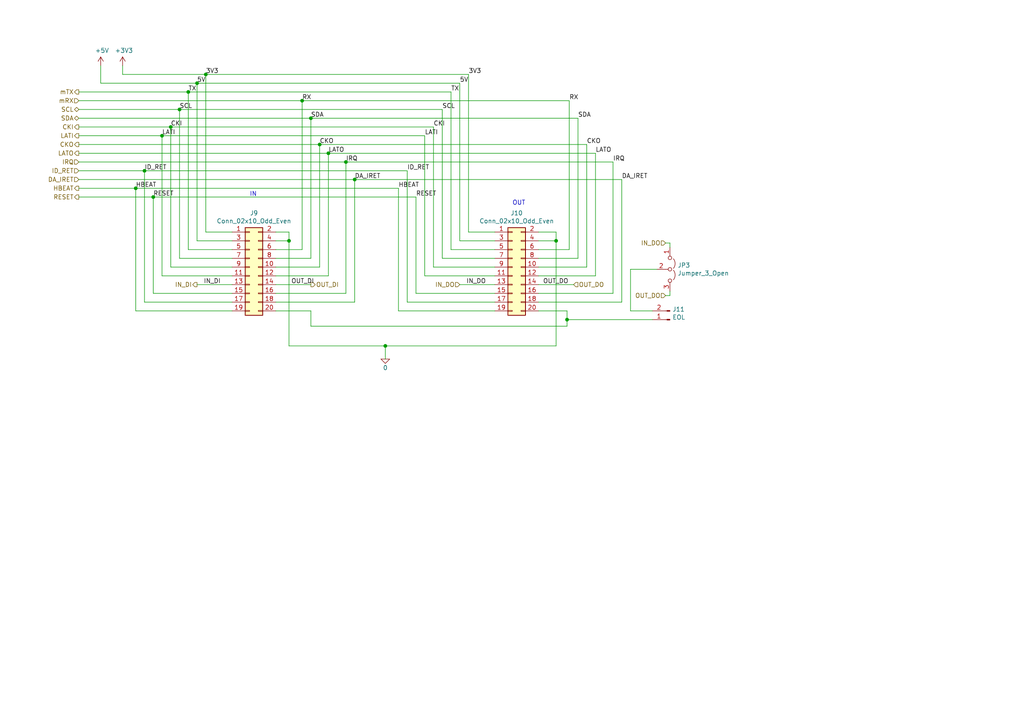
<source format=kicad_sch>
(kicad_sch (version 20211123) (generator eeschema)
  (paper "A4")
  (lib_symbols
    (symbol "Connector:Conn_01x02_Male" (pin_names (offset 1.016) hide)
      (property "Reference" "J" (at 0 2.54 0))
      (property "Value" "Conn_01x02_Male" (at 0 -5.08 0))
      (symbol "Conn_01x02_Male_1_1"
        (polyline (pts (xy 1.27 -2.54) (xy 0.8636 -2.54)) (stroke (width 0.1524)))
        (polyline (pts (xy 1.27 0) (xy 0.8636 0)) (stroke (width 0.1524)))
        (rectangle (start 0.8636 -2.413) (end 0 -2.667) (stroke (width 0.1524)) (fill (type outline)))
        (rectangle (start 0.8636 0.127) (end 0 -0.127) (stroke (width 0.1524)) (fill (type outline)))
        (pin passive line (at 5.08 0 180) (length 3.81) (name "Pin_1") (number "1"))
        (pin passive line (at 5.08 -2.54 180) (length 3.81) (name "Pin_2") (number "2"))
      )
    )
    (symbol "Connector_Generic:Conn_02x10_Odd_Even" (pin_names (offset 1.016) hide)
      (property "Reference" "J" (at 1.27 12.7 0))
      (property "Value" "Conn_02x10_Odd_Even" (at 1.27 -15.24 0))
      (symbol "Conn_02x10_Odd_Even_1_1"
        (rectangle (start -1.27 -12.573) (end 0 -12.827) (stroke (width 0.1524)))
        (rectangle (start -1.27 -10.033) (end 0 -10.287) (stroke (width 0.1524)))
        (rectangle (start -1.27 -7.493) (end 0 -7.747) (stroke (width 0.1524)))
        (rectangle (start -1.27 -4.953) (end 0 -5.207) (stroke (width 0.1524)))
        (rectangle (start -1.27 -2.413) (end 0 -2.667) (stroke (width 0.1524)))
        (rectangle (start -1.27 0.127) (end 0 -0.127) (stroke (width 0.1524)))
        (rectangle (start -1.27 2.667) (end 0 2.413) (stroke (width 0.1524)))
        (rectangle (start -1.27 5.207) (end 0 4.953) (stroke (width 0.1524)))
        (rectangle (start -1.27 7.747) (end 0 7.493) (stroke (width 0.1524)))
        (rectangle (start -1.27 10.287) (end 0 10.033) (stroke (width 0.1524)))
        (rectangle (start -1.27 11.43) (end 3.81 -13.97) (stroke (width 0.254)) (fill (type background)))
        (rectangle (start 3.81 -12.573) (end 2.54 -12.827) (stroke (width 0.1524)))
        (rectangle (start 3.81 -10.033) (end 2.54 -10.287) (stroke (width 0.1524)))
        (rectangle (start 3.81 -7.493) (end 2.54 -7.747) (stroke (width 0.1524)))
        (rectangle (start 3.81 -4.953) (end 2.54 -5.207) (stroke (width 0.1524)))
        (rectangle (start 3.81 -2.413) (end 2.54 -2.667) (stroke (width 0.1524)))
        (rectangle (start 3.81 0.127) (end 2.54 -0.127) (stroke (width 0.1524)))
        (rectangle (start 3.81 2.667) (end 2.54 2.413) (stroke (width 0.1524)))
        (rectangle (start 3.81 5.207) (end 2.54 4.953) (stroke (width 0.1524)))
        (rectangle (start 3.81 7.747) (end 2.54 7.493) (stroke (width 0.1524)))
        (rectangle (start 3.81 10.287) (end 2.54 10.033) (stroke (width 0.1524)))
        (pin passive line (at -5.08 10.16 0) (length 3.81) (name "Pin_1") (number "1"))
        (pin passive line (at 7.62 0 180) (length 3.81) (name "Pin_10") (number "10"))
        (pin passive line (at -5.08 -2.54 0) (length 3.81) (name "Pin_11") (number "11"))
        (pin passive line (at 7.62 -2.54 180) (length 3.81) (name "Pin_12") (number "12"))
        (pin passive line (at -5.08 -5.08 0) (length 3.81) (name "Pin_13") (number "13"))
        (pin passive line (at 7.62 -5.08 180) (length 3.81) (name "Pin_14") (number "14"))
        (pin passive line (at -5.08 -7.62 0) (length 3.81) (name "Pin_15") (number "15"))
        (pin passive line (at 7.62 -7.62 180) (length 3.81) (name "Pin_16") (number "16"))
        (pin passive line (at -5.08 -10.16 0) (length 3.81) (name "Pin_17") (number "17"))
        (pin passive line (at 7.62 -10.16 180) (length 3.81) (name "Pin_18") (number "18"))
        (pin passive line (at -5.08 -12.7 0) (length 3.81) (name "Pin_19") (number "19"))
        (pin passive line (at 7.62 10.16 180) (length 3.81) (name "Pin_2") (number "2"))
        (pin passive line (at 7.62 -12.7 180) (length 3.81) (name "Pin_20") (number "20"))
        (pin passive line (at -5.08 7.62 0) (length 3.81) (name "Pin_3") (number "3"))
        (pin passive line (at 7.62 7.62 180) (length 3.81) (name "Pin_4") (number "4"))
        (pin passive line (at -5.08 5.08 0) (length 3.81) (name "Pin_5") (number "5"))
        (pin passive line (at 7.62 5.08 180) (length 3.81) (name "Pin_6") (number "6"))
        (pin passive line (at -5.08 2.54 0) (length 3.81) (name "Pin_7") (number "7"))
        (pin passive line (at 7.62 2.54 180) (length 3.81) (name "Pin_8") (number "8"))
        (pin passive line (at -5.08 0 0) (length 3.81) (name "Pin_9") (number "9"))
      )
    )
    (symbol "Jumper:Jumper_3_Open" (pin_names (offset 0) hide)
      (property "Reference" "JP" (at -2.54 -2.54 0))
      (property "Value" "Jumper_3_Open" (at 0 2.794 0))
      (symbol "Jumper_3_Open_0_0"
        (circle (center -3.302 0) (radius 0.508))
        (circle (center 0 0) (radius 0.508))
        (circle (center 3.302 0) (radius 0.508))
      )
      (symbol "Jumper_3_Open_0_1"
        (arc (start -0.254 1.016) (mid -1.651 1.4992) (end -3.048 1.016))
        (polyline (pts (xy 0 -0.508) (xy 0 -1.27)))
        (arc (start 3.048 1.016) (mid 1.651 1.4992) (end 0.254 1.016))
      )
      (symbol "Jumper_3_Open_1_1"
        (pin passive line (at -6.35 0 0) (length 2.54) (name "A") (number "1"))
        (pin input line (at 0 -3.81 90) (length 2.54) (name "C") (number "2"))
        (pin passive line (at 6.35 0 180) (length 2.54) (name "B") (number "3"))
      )
    )
    (symbol "power:+3V3" (power) (pin_names (offset 0))
      (property "Value" "+3V3" (at 0 3.556 0))
      (symbol "+3V3_0_1"
        (polyline (pts (xy -0.762 1.27) (xy 0 2.54)))
        (polyline (pts (xy 0 0) (xy 0 2.54)))
        (polyline (pts (xy 0 2.54) (xy 0.762 1.27)))
      )
      (symbol "+3V3_1_1"
        (pin power_in line (at 0 0 90) (length 0) hide (name "+3V3") (number "1"))
      )
    )
    (symbol "power:+5V" (power) (pin_names (offset 0))
      (property "Value" "+5V" (at 0 3.556 0))
      (symbol "+5V_0_1"
        (polyline (pts (xy -0.762 1.27) (xy 0 2.54)))
        (polyline (pts (xy 0 0) (xy 0 2.54)))
        (polyline (pts (xy 0 2.54) (xy 0.762 1.27)))
      )
      (symbol "+5V_1_1"
        (pin power_in line (at 0 0 90) (length 0) hide (name "+5V") (number "1"))
      )
    )
    (symbol "pspice:0" (power) (pin_names (offset 0))
      (property "Value" "0" (at 0 -1.778 0))
      (symbol "0_0_1"
        (polyline (pts (xy -1.27 0) (xy 0 -1.27) (xy 1.27 0) (xy -1.27 0)))
      )
      (symbol "0_1_1"
        (pin power_in line (at 0 0 0) (length 0) hide (name "0") (number "1"))
      )
    )
  )
  (junction (at 90.17 34.29))
  (junction (at 44.45 57.15))
  (junction (at 100.33 46.99))
  (junction (at 49.53 36.83))
  (junction (at 83.82 69.85))
  (junction (at 111.76 100.33))
  (junction (at 102.87 52.07))
  (junction (at 59.69 21.59))
  (junction (at 92.71 41.91))
  (junction (at 39.37 54.61))
  (junction (at 57.15 24.13))
  (junction (at 87.63 29.21))
  (junction (at 161.29 69.85))
  (junction (at 52.07 31.75))
  (junction (at 54.61 26.67))
  (junction (at 164.465 92.71))
  (junction (at 41.91 49.53))
  (junction (at 95.25 44.45))
  (junction (at 46.99 39.37))
  (wire (pts (xy 54.61 72.39) (xy 54.61 26.67)))
  (wire (pts (xy 143.51 67.31) (xy 135.89 67.31)))
  (wire (pts (xy 182.88 78.105) (xy 190.5 78.105)))
  (wire (pts (xy 193.04 85.725) (xy 194.31 85.725)))
  (wire (pts (xy 22.86 52.07) (xy 102.87 52.07)))
  (wire (pts (xy 67.31 87.63) (xy 41.91 87.63)))
  (wire (pts (xy 83.82 100.33) (xy 111.76 100.33)))
  (wire (pts (xy 46.99 80.01) (xy 46.99 39.37)))
  (wire (pts (xy 118.11 87.63) (xy 118.11 49.53)))
  (wire (pts (xy 46.99 39.37) (xy 123.19 39.37)))
  (wire (pts (xy 57.15 82.55) (xy 67.31 82.55)))
  (wire (pts (xy 125.73 77.47) (xy 125.73 36.83)))
  (wire (pts (xy 172.72 80.01) (xy 172.72 44.45)))
  (wire (pts (xy 90.17 90.17) (xy 90.17 94.615)))
  (wire (pts (xy 143.51 87.63) (xy 118.11 87.63)))
  (wire (pts (xy 80.01 74.93) (xy 90.17 74.93)))
  (wire (pts (xy 80.01 85.09) (xy 100.33 85.09)))
  (wire (pts (xy 90.17 90.17) (xy 80.01 90.17)))
  (wire (pts (xy 80.01 80.01) (xy 95.25 80.01)))
  (wire (pts (xy 143.51 85.09) (xy 120.65 85.09)))
  (wire (pts (xy 29.21 24.13) (xy 57.15 24.13)))
  (wire (pts (xy 22.86 49.53) (xy 41.91 49.53)))
  (wire (pts (xy 143.51 74.93) (xy 128.27 74.93)))
  (wire (pts (xy 29.21 19.05) (xy 29.21 24.13)))
  (wire (pts (xy 133.35 69.85) (xy 133.35 24.13)))
  (wire (pts (xy 80.01 67.31) (xy 83.82 67.31)))
  (wire (pts (xy 87.63 72.39) (xy 87.63 29.21)))
  (wire (pts (xy 194.31 71.755) (xy 194.31 70.485)))
  (wire (pts (xy 22.86 57.15) (xy 44.45 57.15)))
  (wire (pts (xy 35.56 21.59) (xy 59.69 21.59)))
  (wire (pts (xy 156.21 80.01) (xy 172.72 80.01)))
  (wire (pts (xy 67.31 69.85) (xy 57.15 69.85)))
  (wire (pts (xy 161.29 67.31) (xy 156.21 67.31)))
  (wire (pts (xy 41.91 49.53) (xy 118.11 49.53)))
  (wire (pts (xy 95.25 44.45) (xy 172.72 44.45)))
  (wire (pts (xy 143.51 80.01) (xy 123.19 80.01)))
  (wire (pts (xy 22.86 54.61) (xy 39.37 54.61)))
  (wire (pts (xy 22.86 26.67) (xy 54.61 26.67)))
  (wire (pts (xy 194.31 85.725) (xy 194.31 84.455)))
  (wire (pts (xy 130.81 72.39) (xy 130.81 26.67)))
  (wire (pts (xy 35.56 19.05) (xy 35.56 21.59)))
  (wire (pts (xy 177.8 85.09) (xy 177.8 46.99)))
  (wire (pts (xy 67.31 85.09) (xy 44.45 85.09)))
  (wire (pts (xy 111.76 100.33) (xy 161.29 100.33)))
  (wire (pts (xy 92.71 41.91) (xy 170.18 41.91)))
  (wire (pts (xy 67.31 72.39) (xy 54.61 72.39)))
  (wire (pts (xy 67.31 74.93) (xy 52.07 74.93)))
  (wire (pts (xy 115.57 90.17) (xy 115.57 54.61)))
  (wire (pts (xy 22.86 41.91) (xy 92.71 41.91)))
  (wire (pts (xy 83.82 69.85) (xy 83.82 100.33)))
  (wire (pts (xy 164.465 90.17) (xy 164.465 92.71)))
  (wire (pts (xy 161.29 69.85) (xy 161.29 67.31)))
  (wire (pts (xy 90.17 94.615) (xy 164.465 94.615)))
  (wire (pts (xy 128.27 74.93) (xy 128.27 31.75)))
  (wire (pts (xy 182.88 90.17) (xy 189.23 90.17)))
  (wire (pts (xy 182.88 90.17) (xy 182.88 78.105)))
  (wire (pts (xy 177.8 85.09) (xy 156.21 85.09)))
  (wire (pts (xy 80.01 77.47) (xy 92.71 77.47)))
  (wire (pts (xy 189.23 92.71) (xy 164.465 92.71)))
  (wire (pts (xy 90.17 82.55) (xy 80.01 82.55)))
  (wire (pts (xy 156.21 74.93) (xy 167.64 74.93)))
  (wire (pts (xy 52.07 74.93) (xy 52.07 31.75)))
  (wire (pts (xy 102.87 87.63) (xy 102.87 52.07)))
  (wire (pts (xy 67.31 80.01) (xy 46.99 80.01)))
  (wire (pts (xy 180.34 87.63) (xy 180.34 52.07)))
  (wire (pts (xy 156.21 90.17) (xy 164.465 90.17)))
  (wire (pts (xy 143.51 77.47) (xy 125.73 77.47)))
  (wire (pts (xy 170.18 77.47) (xy 170.18 41.91)))
  (wire (pts (xy 156.21 77.47) (xy 170.18 77.47)))
  (wire (pts (xy 111.76 104.14) (xy 111.76 100.33)))
  (wire (pts (xy 80.01 87.63) (xy 102.87 87.63)))
  (wire (pts (xy 67.31 67.31) (xy 59.69 67.31)))
  (wire (pts (xy 54.61 26.67) (xy 130.81 26.67)))
  (wire (pts (xy 22.86 34.29) (xy 90.17 34.29)))
  (wire (pts (xy 135.89 67.31) (xy 135.89 21.59)))
  (wire (pts (xy 52.07 31.75) (xy 128.27 31.75)))
  (wire (pts (xy 22.86 39.37) (xy 46.99 39.37)))
  (wire (pts (xy 59.69 21.59) (xy 135.89 21.59)))
  (wire (pts (xy 49.53 77.47) (xy 49.53 36.83)))
  (wire (pts (xy 123.19 80.01) (xy 123.19 39.37)))
  (wire (pts (xy 100.33 46.99) (xy 177.8 46.99)))
  (wire (pts (xy 22.86 44.45) (xy 95.25 44.45)))
  (wire (pts (xy 57.15 69.85) (xy 57.15 24.13)))
  (wire (pts (xy 161.29 100.33) (xy 161.29 69.85)))
  (wire (pts (xy 133.35 82.55) (xy 143.51 82.55)))
  (wire (pts (xy 80.01 72.39) (xy 87.63 72.39)))
  (wire (pts (xy 164.465 92.71) (xy 164.465 94.615)))
  (wire (pts (xy 156.21 72.39) (xy 165.1 72.39)))
  (wire (pts (xy 90.17 34.29) (xy 167.64 34.29)))
  (wire (pts (xy 80.01 69.85) (xy 83.82 69.85)))
  (wire (pts (xy 22.86 31.75) (xy 52.07 31.75)))
  (wire (pts (xy 49.53 36.83) (xy 125.73 36.83)))
  (wire (pts (xy 67.31 90.17) (xy 39.37 90.17)))
  (wire (pts (xy 143.51 69.85) (xy 133.35 69.85)))
  (wire (pts (xy 44.45 85.09) (xy 44.45 57.15)))
  (wire (pts (xy 44.45 57.15) (xy 120.65 57.15)))
  (wire (pts (xy 57.15 24.13) (xy 133.35 24.13)))
  (wire (pts (xy 22.86 36.83) (xy 49.53 36.83)))
  (wire (pts (xy 22.86 29.21) (xy 87.63 29.21)))
  (wire (pts (xy 87.63 29.21) (xy 165.1 29.21)))
  (wire (pts (xy 143.51 90.17) (xy 115.57 90.17)))
  (wire (pts (xy 22.86 46.99) (xy 100.33 46.99)))
  (wire (pts (xy 59.69 67.31) (xy 59.69 21.59)))
  (wire (pts (xy 120.65 85.09) (xy 120.65 57.15)))
  (wire (pts (xy 41.91 87.63) (xy 41.91 49.53)))
  (wire (pts (xy 143.51 72.39) (xy 130.81 72.39)))
  (wire (pts (xy 100.33 85.09) (xy 100.33 46.99)))
  (wire (pts (xy 39.37 90.17) (xy 39.37 54.61)))
  (wire (pts (xy 95.25 80.01) (xy 95.25 44.45)))
  (wire (pts (xy 90.17 74.93) (xy 90.17 34.29)))
  (wire (pts (xy 39.37 54.61) (xy 115.57 54.61)))
  (wire (pts (xy 156.21 69.85) (xy 161.29 69.85)))
  (wire (pts (xy 102.87 52.07) (xy 180.34 52.07)))
  (wire (pts (xy 67.31 77.47) (xy 49.53 77.47)))
  (wire (pts (xy 165.1 72.39) (xy 165.1 29.21)))
  (wire (pts (xy 92.71 77.47) (xy 92.71 41.91)))
  (wire (pts (xy 83.82 67.31) (xy 83.82 69.85)))
  (wire (pts (xy 156.21 82.55) (xy 166.37 82.55)))
  (wire (pts (xy 156.21 87.63) (xy 180.34 87.63)))
  (wire (pts (xy 167.64 74.93) (xy 167.64 34.29)))
  (wire (pts (xy 194.31 70.485) (xy 193.04 70.485)))
  (text "OUT" (at 148.59 59.69 0) (effects (font (size 1.27 1.27)) (justify left bottom)))
  (text "IN" (at 72.39 57.15 0) (effects (font (size 1.27 1.27)) (justify left bottom)))
  (label "TX" (at 54.61 26.67 0))
  (label "CKO" (at 92.71 41.91 0))
  (label "HBEAT" (at 39.37 54.61 0))
  (label "DA_IRET" (at 102.87 52.07 0))
  (label "CKI" (at 125.73 36.83 0))
  (label "SDA" (at 90.17 34.29 0))
  (label "ID_RET" (at 41.91 49.53 0))
  (label "3V3" (at 135.89 21.59 0))
  (label "RESET" (at 120.65 57.15 0))
  (label "OUT_DO" (at 157.48 82.55 0))
  (label "RX" (at 165.1 29.21 0))
  (label "SDA" (at 167.64 34.29 0))
  (label "IRQ" (at 177.8 46.99 0))
  (label "LATO" (at 172.72 44.45 0))
  (label "LATI" (at 123.19 39.37 0))
  (label "RESET" (at 44.45 57.15 0))
  (label "ID_RET" (at 118.11 49.53 0))
  (label "IN_DI" (at 59.055 82.55 0))
  (label "RX" (at 87.63 29.21 0))
  (label "LATO" (at 95.25 44.45 0))
  (label "SCL" (at 128.27 31.75 0))
  (label "5V" (at 57.15 24.13 0))
  (label "IN_DO" (at 135.255 82.55 0))
  (label "HBEAT" (at 115.57 54.61 0))
  (label "CKO" (at 170.18 41.91 0))
  (label "LATI" (at 46.99 39.37 0))
  (label "DA_IRET" (at 180.34 52.07 0))
  (label "SCL" (at 52.07 31.75 0))
  (label "IRQ" (at 100.33 46.99 0))
  (label "5V" (at 133.35 24.13 0))
  (label "TX" (at 130.81 26.67 0))
  (label "3V3" (at 59.69 21.59 0))
  (label "OUT_DI" (at 84.455 82.55 0))
  (label "CKI" (at 49.53 36.83 0))
  (hierarchical_label "RESET" (shape output) (at 22.86 57.15 180))
  (hierarchical_label "OUT_DI" (shape output) (at 90.17 82.55 0))
  (hierarchical_label "ID_RET" (shape input) (at 22.86 49.53 180))
  (hierarchical_label "CKI" (shape output) (at 22.86 36.83 180))
  (hierarchical_label "mTX" (shape output) (at 22.86 26.67 180))
  (hierarchical_label "IN_DO" (shape input) (at 133.35 82.55 180))
  (hierarchical_label "SDA" (shape bidirectional) (at 22.86 34.29 180))
  (hierarchical_label "OUT_DO" (shape input) (at 166.37 82.55 0))
  (hierarchical_label "IRQ" (shape input) (at 22.86 46.99 180))
  (hierarchical_label "SCL" (shape bidirectional) (at 22.86 31.75 180))
  (hierarchical_label "DA_IRET" (shape input) (at 22.86 52.07 180))
  (hierarchical_label "CKO" (shape output) (at 22.86 41.91 180))
  (hierarchical_label "LATI" (shape output) (at 22.86 39.37 180))
  (hierarchical_label "HBEAT" (shape output) (at 22.86 54.61 180))
  (hierarchical_label "OUT_DO" (shape input) (at 193.04 85.725 180))
  (hierarchical_label "IN_DI" (shape output) (at 57.15 82.55 180))
  (hierarchical_label "mRX" (shape input) (at 22.86 29.21 180))
  (hierarchical_label "IN_DO" (shape input) (at 193.04 70.485 180))
  (hierarchical_label "LATO" (shape output) (at 22.86 44.45 180))
  (symbol (lib_id "Connector:Conn_01x02_Male") (at 194.31 92.71 180) (unit 1)
    (property "Reference" "J11" (at 195.0212 89.7128 0) (effects (justify right)))
    (property "Value" "EOL" (at 195.0212 92.0242 0) (effects (justify right)))
    (property "Footprint" "Connector_PinHeader_2.54mm:PinHeader_1x02_P2.54mm_Vertical" (effects hide))
  )
  (symbol (lib_id "Jumper:Jumper_3_Open") (at 194.31 78.105 270) (unit 1)
    (property "Reference" "JP3" (at 196.5198 76.9366 90) (effects (justify left)))
    (property "Value" "Jumper_3_Open" (at 196.5198 79.248 90) (effects (justify left)))
    (property "Footprint" "Jumper:SolderJumper-3_P1.3mm_Open_Pad1.0x1.5mm" (effects hide))
  )
  (symbol (lib_id "Connector_Generic:Conn_02x10_Odd_Even") (at 72.39 77.47 0) (unit 1)
    (property "Reference" "J9" (at 73.66 61.7982 0))
    (property "Value" "Conn_02x10_Odd_Even" (at 73.66 64.1096 0))
    (property "Footprint" "Connector_IDC:IDC-Header_2x10_P2.54mm_Vertical" (effects hide))
  )
  (symbol (lib_id "Connector_Generic:Conn_02x10_Odd_Even") (at 148.59 77.47 0) (unit 1)
    (property "Reference" "J10" (at 149.86 61.7982 0))
    (property "Value" "Conn_02x10_Odd_Even" (at 149.86 64.1096 0))
    (property "Footprint" "Connector_IDC:IDC-Header_2x10_P2.54mm_Vertical" (effects hide))
  )
  (symbol (lib_id "power:+3V3") (at 35.56 19.05 0) (unit 1)
    (property "Reference" "#PWR027" (effects hide))
    (property "Value" "+3V3" (at 35.941 14.6558 0))
  )
  (symbol (lib_id "power:+5V") (at 29.21 19.05 0) (unit 1)
    (property "Reference" "#PWR026" (effects hide))
    (property "Value" "+5V" (at 29.591 14.6558 0))
  )
  (symbol (lib_id "pspice:0") (at 111.76 104.14 0) (unit 1)
    (property "Reference" "#GND047" (effects hide))
    (property "Value" "0" (at 111.76 106.68 0))
  )
)
</source>
